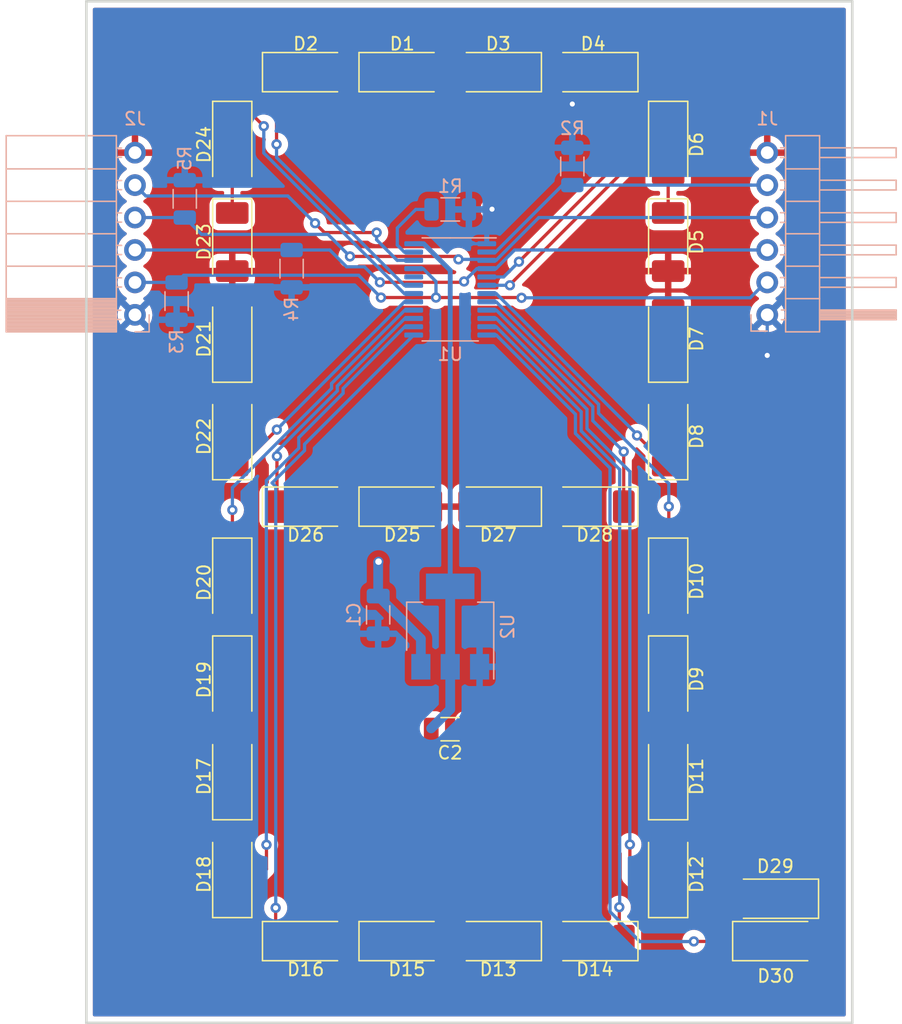
<source format=kicad_pcb>
(kicad_pcb (version 20211014) (generator pcbnew)
  (layers (0 "F.Cu" signal) (31 "B.Cu" signal) (34 "B.Paste" user) (35 "F.Paste" user) (36 "B.SilkS" user "B.Silkscreen") (37 "F.SilkS" user "F.Silkscreen") (38 "B.Mask" user) (39 "F.Mask" user) (44 "Edge.Cuts" user))
  (net 0 "")
  (net 1 "GND")
  (net 2 "VCC")
  (net 3 "+3V3")
  (net 4 "Net-(D1-Pad1)")
  (net 5 "OUT00")
  (net 6 "Net-(D3-Pad1)")
  (net 7 "OUT01")
  (net 8 "Net-(D5-Pad1)")
  (net 9 "OUT02")
  (net 10 "Net-(D7-Pad1)")
  (net 11 "OUT03")
  (net 12 "Net-(D10-Pad2)")
  (net 13 "OUT04")
  (net 14 "Net-(D11-Pad1)")
  (net 15 "OUT05")
  (net 16 "Net-(D13-Pad1)")
  (net 17 "OUT06")
  (net 18 "Net-(D15-Pad1)")
  (net 19 "OUT07")
  (net 20 "Net-(D17-Pad1)")
  (net 21 "OUT08")
  (net 22 "Net-(D19-Pad1)")
  (net 23 "OUT09")
  (net 24 "Net-(D21-Pad1)")
  (net 25 "OUT10")
  (net 26 "Net-(D23-Pad1)")
  (net 27 "OUT11")
  (net 28 "Net-(D25-Pad1)")
  (net 29 "OUT12")
  (net 30 "Net-(D27-Pad1)")
  (net 31 "OUT13")
  (net 32 "SDI")
  (net 33 "CLK")
  (net 34 "LATCH")
  (net 35 "!OE")
  (net 36 "SDO")
  (net 37 "Net-(R1-Pad2)")
  (net 38 "Net-(D29-Pad1)")
  (net 39 "OUT14")
  (footprint "LED_SMD:LED_2010_5025Metric_Castellated" (layer "F.Cu") (at 120.48 91.76 90)
    (fp_text reference "D22" (at 0 -2.22 90) (layer "F.SilkS"))
    (fp_text value "LED")
    (pad "1" smd roundrect locked (at -2.275 0 90) (size 1.7 2.55) (layers "F.Cu" "F.Paste" "F.Mask") (roundrect_rratio 0.147059) (net 25 "OUT10"))
    (pad "2" smd roundrect locked (at 2.275 0 90) (size 1.7 2.55) (layers "F.Cu" "F.Paste" "F.Mask") (roundrect_rratio 0.147059) (net 24 "Net-(D21-Pad1)"))
  )
  (footprint "LED_SMD:LED_2010_5025Metric_Castellated" (layer "F.Cu") (at 120.48 68.9 -90)
    (fp_text reference "D24" (at 0 2.22 90) (layer "F.SilkS"))
    (fp_text value "LED")
    (pad "1" smd roundrect locked (at -2.275 0 270) (size 1.7 2.55) (layers "F.Cu" "F.Paste" "F.Mask") (roundrect_rratio 0.147059) (net 27 "OUT11"))
    (pad "2" smd roundrect locked (at 2.275 0 270) (size 1.7 2.55) (layers "F.Cu" "F.Paste" "F.Mask") (roundrect_rratio 0.147059) (net 26 "Net-(D23-Pad1)"))
  )
  (footprint "LED_SMD:LED_2010_5025Metric_Castellated" (layer "F.Cu") (at 120.48 76.533333 -90)
    (fp_text reference "D23" (at -0.013333 2.22 90) (layer "F.SilkS"))
    (fp_text value "LED")
    (pad "1" smd roundrect locked (at -2.275 0 270) (size 1.7 2.55) (layers "F.Cu" "F.Paste" "F.Mask") (roundrect_rratio 0.147059) (net 26 "Net-(D23-Pad1)"))
    (pad "2" smd roundrect locked (at 2.275 0 270) (size 1.7 2.55) (layers "F.Cu" "F.Paste" "F.Mask") (roundrect_rratio 0.147059) (net 2 "VCC"))
  )
  (footprint "LED_SMD:LED_2010_5025Metric_Castellated" (layer "F.Cu") (at 120.48 84.126666 90)
    (fp_text reference "D21" (at 0 -2.22 90) (layer "F.SilkS"))
    (fp_text value "LED")
    (pad "1" smd roundrect locked (at -2.275 0 90) (size 1.7 2.55) (layers "F.Cu" "F.Paste" "F.Mask") (roundrect_rratio 0.147059) (net 24 "Net-(D21-Pad1)"))
    (pad "2" smd roundrect locked (at 2.275 0 90) (size 1.7 2.55) (layers "F.Cu" "F.Paste" "F.Mask") (roundrect_rratio 0.147059) (net 2 "VCC"))
  )
  (footprint "LED_SMD:LED_2010_5025Metric_Castellated" (layer "F.Cu") (at 133.794 63.23)
    (fp_text reference "D1" (at 0 -2.22) (layer "F.SilkS"))
    (fp_text value "LED")
    (pad "1" smd roundrect locked (at -2.275 0) (size 1.7 2.55) (layers "F.Cu" "F.Paste" "F.Mask") (roundrect_rratio 0.147059) (net 4 "Net-(D1-Pad1)"))
    (pad "2" smd roundrect locked (at 2.275 0) (size 1.7 2.55) (layers "F.Cu" "F.Paste" "F.Mask") (roundrect_rratio 0.147059) (net 2 "VCC"))
  )
  (footprint "LED_SMD:LED_2010_5025Metric_Castellated" (layer "F.Cu") (at 126.232 63.23)
    (fp_text reference "D2" (at 0 -2.22) (layer "F.SilkS"))
    (fp_text value "LED")
    (pad "1" smd roundrect locked (at -2.275 0) (size 1.7 2.55) (layers "F.Cu" "F.Paste" "F.Mask") (roundrect_rratio 0.147059) (net 5 "OUT00"))
    (pad "2" smd roundrect locked (at 2.275 0) (size 1.7 2.55) (layers "F.Cu" "F.Paste" "F.Mask") (roundrect_rratio 0.147059) (net 4 "Net-(D1-Pad1)"))
  )
  (footprint "LED_SMD:LED_2010_5025Metric_Castellated" (layer "F.Cu") (at 141.316 63.23 180)
    (fp_text reference "D3" (at 0 2.22) (layer "F.SilkS"))
    (fp_text value "LED")
    (pad "1" smd roundrect locked (at -2.275 0 180) (size 1.7 2.55) (layers "F.Cu" "F.Paste" "F.Mask") (roundrect_rratio 0.147059) (net 6 "Net-(D3-Pad1)"))
    (pad "2" smd roundrect locked (at 2.275 0 180) (size 1.7 2.55) (layers "F.Cu" "F.Paste" "F.Mask") (roundrect_rratio 0.147059) (net 2 "VCC"))
  )
  (footprint "LED_SMD:LED_2010_5025Metric_Castellated" (layer "F.Cu") (at 148.878 63.23 180)
    (fp_text reference "D4" (at 0.13 2.22) (layer "F.SilkS"))
    (fp_text value "LED")
    (pad "1" smd roundrect locked (at -2.275 0 180) (size 1.7 2.55) (layers "F.Cu" "F.Paste" "F.Mask") (roundrect_rratio 0.147059) (net 7 "OUT01"))
    (pad "2" smd roundrect locked (at 2.275 0 180) (size 1.7 2.55) (layers "F.Cu" "F.Paste" "F.Mask") (roundrect_rratio 0.147059) (net 6 "Net-(D3-Pad1)"))
  )
  (footprint "LED_SMD:LED_2010_5025Metric_Castellated" (layer "F.Cu") (at 154.63 76.533333 -90)
    (fp_text reference "D5" (at 0 -2.22 90) (layer "F.SilkS"))
    (fp_text value "LED")
    (pad "1" smd roundrect locked (at -2.275 0 270) (size 1.7 2.55) (layers "F.Cu" "F.Paste" "F.Mask") (roundrect_rratio 0.147059) (net 8 "Net-(D5-Pad1)"))
    (pad "2" smd roundrect locked (at 2.275 0 270) (size 1.7 2.55) (layers "F.Cu" "F.Paste" "F.Mask") (roundrect_rratio 0.147059) (net 2 "VCC"))
  )
  (footprint "LED_SMD:LED_2010_5025Metric_Castellated" (layer "F.Cu") (at 154.63 68.9 -90)
    (fp_text reference "D6" (at 0 -2.22 90) (layer "F.SilkS"))
    (fp_text value "LED")
    (pad "1" smd roundrect locked (at -2.275 0 270) (size 1.7 2.55) (layers "F.Cu" "F.Paste" "F.Mask") (roundrect_rratio 0.147059) (net 9 "OUT02"))
    (pad "2" smd roundrect locked (at 2.275 0 270) (size 1.7 2.55) (layers "F.Cu" "F.Paste" "F.Mask") (roundrect_rratio 0.147059) (net 8 "Net-(D5-Pad1)"))
  )
  (footprint "LED_SMD:LED_2010_5025Metric_Castellated" (layer "F.Cu") (at 154.63 84.126666 90)
    (fp_text reference "D7" (at 0 2.22 90) (layer "F.SilkS"))
    (fp_text value "LED")
    (pad "1" smd roundrect locked (at -2.275 0 90) (size 1.7 2.55) (layers "F.Cu" "F.Paste" "F.Mask") (roundrect_rratio 0.147059) (net 10 "Net-(D7-Pad1)"))
    (pad "2" smd roundrect locked (at 2.275 0 90) (size 1.7 2.55) (layers "F.Cu" "F.Paste" "F.Mask") (roundrect_rratio 0.147059) (net 2 "VCC"))
  )
  (footprint "LED_SMD:LED_2010_5025Metric_Castellated" (layer "F.Cu") (at 154.63 91.76 90)
    (fp_text reference "D8" (at 0 2.22 90) (layer "F.SilkS"))
    (fp_text value "LED")
    (pad "1" smd roundrect locked (at -2.275 0 90) (size 1.7 2.55) (layers "F.Cu" "F.Paste" "F.Mask") (roundrect_rratio 0.147059) (net 11 "OUT03"))
    (pad "2" smd roundrect locked (at 2.275 0 90) (size 1.7 2.55) (layers "F.Cu" "F.Paste" "F.Mask") (roundrect_rratio 0.147059) (net 10 "Net-(D7-Pad1)"))
  )
  (footprint "LED_SMD:LED_2010_5025Metric_Castellated" (layer "F.Cu") (at 154.63 110.763333 -90)
    (fp_text reference "D9" (at 0 -2.22 90) (layer "F.SilkS"))
    (fp_text value "LED")
    (pad "1" smd roundrect locked (at -2.275 0 270) (size 1.7 2.55) (layers "F.Cu" "F.Paste" "F.Mask") (roundrect_rratio 0.147059) (net 12 "Net-(D10-Pad2)"))
    (pad "2" smd roundrect locked (at 2.275 0 270) (size 1.7 2.55) (layers "F.Cu" "F.Paste" "F.Mask") (roundrect_rratio 0.147059) (net 2 "VCC"))
  )
  (footprint "LED_SMD:LED_2010_5025Metric_Castellated" (layer "F.Cu") (at 154.63 103.1 -90)
    (fp_text reference "D10" (at 0 -2.22 90) (layer "F.SilkS"))
    (fp_text value "LED")
    (pad "1" smd roundrect locked (at -2.275 0 270) (size 1.7 2.55) (layers "F.Cu" "F.Paste" "F.Mask") (roundrect_rratio 0.147059) (net 13 "OUT04"))
    (pad "2" smd roundrect locked (at 2.275 0 270) (size 1.7 2.55) (layers "F.Cu" "F.Paste" "F.Mask") (roundrect_rratio 0.147059) (net 12 "Net-(D10-Pad2)"))
  )
  (footprint "LED_SMD:LED_2010_5025Metric_Castellated" (layer "F.Cu") (at 154.63 118.386666 90)
    (fp_text reference "D11" (at 0 2.22 90) (layer "F.SilkS"))
    (fp_text value "LED")
    (pad "1" smd roundrect locked (at -2.275 0 90) (size 1.7 2.55) (layers "F.Cu" "F.Paste" "F.Mask") (roundrect_rratio 0.147059) (net 14 "Net-(D11-Pad1)"))
    (pad "2" smd roundrect locked (at 2.275 0 90) (size 1.7 2.55) (layers "F.Cu" "F.Paste" "F.Mask") (roundrect_rratio 0.147059) (net 2 "VCC"))
  )
  (footprint "LED_SMD:LED_2010_5025Metric_Castellated" (layer "F.Cu") (at 154.63 126.05 90)
    (fp_text reference "D12" (at 0 2.22 90) (layer "F.SilkS"))
    (fp_text value "LED")
    (pad "1" smd roundrect locked (at -2.275 0 90) (size 1.7 2.55) (layers "F.Cu" "F.Paste" "F.Mask") (roundrect_rratio 0.147059) (net 15 "OUT05"))
    (pad "2" smd roundrect locked (at 2.275 0 90) (size 1.7 2.55) (layers "F.Cu" "F.Paste" "F.Mask") (roundrect_rratio 0.147059) (net 14 "Net-(D11-Pad1)"))
  )
  (footprint "LED_SMD:LED_2010_5025Metric_Castellated" (layer "F.Cu") (at 141.316 131.275 180)
    (fp_text reference "D13" (at 0 -2.22) (layer "F.SilkS"))
    (fp_text value "LED")
    (pad "1" smd roundrect locked (at -2.275 0 180) (size 1.7 2.55) (layers "F.Cu" "F.Paste" "F.Mask") (roundrect_rratio 0.147059) (net 16 "Net-(D13-Pad1)"))
    (pad "2" smd roundrect locked (at 2.275 0 180) (size 1.7 2.55) (layers "F.Cu" "F.Paste" "F.Mask") (roundrect_rratio 0.147059) (net 2 "VCC"))
  )
  (footprint "LED_SMD:LED_2010_5025Metric_Castellated" (layer "F.Cu") (at 148.878 131.275 180)
    (fp_text reference "D14" (at 0 -2.22) (layer "F.SilkS"))
    (fp_text value "LED")
    (pad "1" smd roundrect locked (at -2.275 0 180) (size 1.7 2.55) (layers "F.Cu" "F.Paste" "F.Mask") (roundrect_rratio 0.147059) (net 17 "OUT06"))
    (pad "2" smd roundrect locked (at 2.275 0 180) (size 1.7 2.55) (layers "F.Cu" "F.Paste" "F.Mask") (roundrect_rratio 0.147059) (net 16 "Net-(D13-Pad1)"))
  )
  (footprint "LED_SMD:LED_2010_5025Metric_Castellated" (layer "F.Cu") (at 133.794 131.275)
    (fp_text reference "D15" (at 0.366667 2.22) (layer "F.SilkS"))
    (fp_text value "LED")
    (pad "1" smd roundrect locked (at -2.275 0) (size 1.7 2.55) (layers "F.Cu" "F.Paste" "F.Mask") (roundrect_rratio 0.147059) (net 18 "Net-(D15-Pad1)"))
    (pad "2" smd roundrect locked (at 2.275 0) (size 1.7 2.55) (layers "F.Cu" "F.Paste" "F.Mask") (roundrect_rratio 0.147059) (net 2 "VCC"))
  )
  (footprint "LED_SMD:LED_2010_5025Metric_Castellated" (layer "F.Cu") (at 126.232 131.275)
    (fp_text reference "D16" (at 0 2.22) (layer "F.SilkS"))
    (fp_text value "LED")
    (pad "1" smd roundrect locked (at -2.275 0) (size 1.7 2.55) (layers "F.Cu" "F.Paste" "F.Mask") (roundrect_rratio 0.147059) (net 19 "OUT07"))
    (pad "2" smd roundrect locked (at 2.275 0) (size 1.7 2.55) (layers "F.Cu" "F.Paste" "F.Mask") (roundrect_rratio 0.147059) (net 18 "Net-(D15-Pad1)"))
  )
  (footprint "LED_SMD:LED_2010_5025Metric_Castellated" (layer "F.Cu") (at 120.48 118.386666 90)
    (fp_text reference "D17" (at 0 -2.22 90) (layer "F.SilkS"))
    (fp_text value "LED")
    (pad "1" smd roundrect locked (at -2.275 0 90) (size 1.7 2.55) (layers "F.Cu" "F.Paste" "F.Mask") (roundrect_rratio 0.147059) (net 20 "Net-(D17-Pad1)"))
    (pad "2" smd roundrect locked (at 2.275 0 90) (size 1.7 2.55) (layers "F.Cu" "F.Paste" "F.Mask") (roundrect_rratio 0.147059) (net 2 "VCC"))
  )
  (footprint "LED_SMD:LED_2010_5025Metric_Castellated" (layer "F.Cu") (at 120.48 126.05 90)
    (fp_text reference "D18" (at 0 -2.22 90) (layer "F.SilkS"))
    (fp_text value "LED")
    (pad "1" smd roundrect locked (at -2.275 0 90) (size 1.7 2.55) (layers "F.Cu" "F.Paste" "F.Mask") (roundrect_rratio 0.147059) (net 21 "OUT08"))
    (pad "2" smd roundrect locked (at 2.275 0 90) (size 1.7 2.55) (layers "F.Cu" "F.Paste" "F.Mask") (roundrect_rratio 0.147059) (net 20 "Net-(D17-Pad1)"))
  )
  (footprint "LED_SMD:LED_2010_5025Metric_Castellated" (layer "F.Cu") (at 120.48 110.763333 -90)
    (fp_text reference "D19" (at 0.046667 2.22 90) (layer "F.SilkS"))
    (fp_text value "LED")
    (pad "1" smd roundrect locked (at -2.275 0 270) (size 1.7 2.55) (layers "F.Cu" "F.Paste" "F.Mask") (roundrect_rratio 0.147059) (net 22 "Net-(D19-Pad1)"))
    (pad "2" smd roundrect locked (at 2.275 0 270) (size 1.7 2.55) (layers "F.Cu" "F.Paste" "F.Mask") (roundrect_rratio 0.147059) (net 2 "VCC"))
  )
  (footprint "LED_SMD:LED_2010_5025Metric_Castellated" (layer "F.Cu") (at 120.48 103.1 -90)
    (fp_text reference "D20" (at 0.09 2.22 90) (layer "F.SilkS"))
    (fp_text value "LED")
    (pad "1" smd roundrect locked (at -2.275 0 270) (size 1.7 2.55) (layers "F.Cu" "F.Paste" "F.Mask") (roundrect_rratio 0.147059) (net 23 "OUT09"))
    (pad "2" smd roundrect locked (at 2.275 0 270) (size 1.7 2.55) (layers "F.Cu" "F.Paste" "F.Mask") (roundrect_rratio 0.147059) (net 22 "Net-(D19-Pad1)"))
  )
  (footprint "LED_SMD:LED_2010_5025Metric_Castellated" (layer "F.Cu") (at 133.794 97.2525)
    (fp_text reference "D25" (at 0 2.22) (layer "F.SilkS"))
    (fp_text value "LED")
    (pad "1" smd roundrect locked (at -2.275 0) (size 1.7 2.55) (layers "F.Cu" "F.Paste" "F.Mask") (roundrect_rratio 0.147059) (net 28 "Net-(D25-Pad1)"))
    (pad "2" smd roundrect locked (at 2.275 0) (size 1.7 2.55) (layers "F.Cu" "F.Paste" "F.Mask") (roundrect_rratio 0.147059) (net 2 "VCC"))
  )
  (footprint "LED_SMD:LED_2010_5025Metric_Castellated" (layer "F.Cu") (at 126.232 97.2525)
    (fp_text reference "D26" (at 0 2.22) (layer "F.SilkS"))
    (fp_text value "LED")
    (pad "1" smd roundrect locked (at -2.275 0) (size 1.7 2.55) (layers "F.Cu" "F.Paste" "F.Mask") (roundrect_rratio 0.147059) (net 29 "OUT12"))
    (pad "2" smd roundrect locked (at 2.275 0) (size 1.7 2.55) (layers "F.Cu" "F.Paste" "F.Mask") (roundrect_rratio 0.147059) (net 28 "Net-(D25-Pad1)"))
  )
  (footprint "LED_SMD:LED_2010_5025Metric_Castellated" (layer "F.Cu") (at 141.316 97.2525 180)
    (fp_text reference "D27" (at 0 -2.22) (layer "F.SilkS"))
    (fp_text value "LED")
    (pad "1" smd roundrect locked (at -2.275 0 180) (size 1.7 2.55) (layers "F.Cu" "F.Paste" "F.Mask") (roundrect_rratio 0.147059) (net 30 "Net-(D27-Pad1)"))
    (pad "2" smd roundrect locked (at 2.275 0 180) (size 1.7 2.55) (layers "F.Cu" "F.Paste" "F.Mask") (roundrect_rratio 0.147059) (net 2 "VCC"))
  )
  (footprint "LED_SMD:LED_2010_5025Metric_Castellated" (layer "F.Cu") (at 148.878 97.2525 180)
    (fp_text reference "D28" (at 0 -2.22) (layer "F.SilkS"))
    (fp_text value "LED")
    (pad "1" smd roundrect locked (at -2.275 0 180) (size 1.7 2.55) (layers "F.Cu" "F.Paste" "F.Mask") (roundrect_rratio 0.147059) (net 31 "OUT13"))
    (pad "2" smd roundrect locked (at 2.275 0 180) (size 1.7 2.55) (layers "F.Cu" "F.Paste" "F.Mask") (roundrect_rratio 0.147059) (net 30 "Net-(D27-Pad1)"))
  )
  (footprint "LED_SMD:LED_2010_5025Metric_Castellated" (layer "F.Cu") (at 163.025 127.955 180)
    (fp_text reference "D29" (at 0 2.54) (layer "F.SilkS"))
    (fp_text value "LED")
    (pad "1" smd roundrect locked (at -2.275 0 180) (size 1.7 2.55) (layers "F.Cu" "F.Paste" "F.Mask") (roundrect_rratio 0.147059) (net 38 "Net-(D29-Pad1)"))
    (pad "2" smd roundrect locked (at 2.275 0 180) (size 1.7 2.55) (layers "F.Cu" "F.Paste" "F.Mask") (roundrect_rratio 0.147059) (net 2 "VCC"))
  )
  (footprint "LED_SMD:LED_2010_5025Metric_Castellated" (layer "F.Cu") (at 163.065 131.275)
    (fp_text reference "D30" (at 0 2.734999) (layer "F.SilkS"))
    (fp_text value "LED")
    (pad "1" smd roundrect locked (at -2.275 0) (size 1.7 2.55) (layers "F.Cu" "F.Paste" "F.Mask") (roundrect_rratio 0.147059) (net 39 "OUT14"))
    (pad "2" smd roundrect locked (at 2.275 0) (size 1.7 2.55) (layers "F.Cu" "F.Paste" "F.Mask") (roundrect_rratio 0.147059) (net 38 "Net-(D29-Pad1)"))
  )
  (footprint "Capacitor_SMD:C_1206_3216Metric" (layer "F.Cu") (at 137.541 114.681 180)
    (fp_text reference "C2" (at 0 -1.85) (layer "F.SilkS"))
    (fp_text value "0.1u")
    (pad "1" smd roundrect (at -1.475 0 180) (size 1.15 1.8) (layers "F.Cu" "F.Paste" "F.Mask") (roundrect_rratio 0.217391) (net 1 "GND"))
    (pad "2" smd roundrect (at 1.475 0 180) (size 1.15 1.8) (layers "F.Cu" "F.Paste" "F.Mask") (roundrect_rratio 0.217391) (net 3 "+3V3"))
  )
  (footprint "Connector_PinSocket_2.54mm:PinSocket_1x06_P2.54mm_Horizontal" (layer "B.Cu") (at 112.86 82.235)
    (fp_text reference "J2" (at 0 -15.355) (layer "B.SilkS") (effects (justify mirror)))
    (fp_text value "SALIDA")
    (pad "1" thru_hole circle locked (at 0 0) (size 1.7 1.7) (drill 1) (layers *.Cu *.Mask) (net 1 "GND"))
    (pad "2" thru_hole oval locked (at 0 -2.54) (size 1.7 1.7) (drill 1) (layers *.Cu *.Mask) (net 35 "!OE"))
    (pad "3" thru_hole oval locked (at 0 -5.08) (size 1.7 1.7) (drill 1) (layers *.Cu *.Mask) (net 34 "LATCH"))
    (pad "4" thru_hole oval locked (at 0 -7.62) (size 1.7 1.7) (drill 1) (layers *.Cu *.Mask) (net 33 "CLK"))
    (pad "5" thru_hole oval locked (at 0 -10.16) (size 1.7 1.7) (drill 1) (layers *.Cu *.Mask) (net 36 "SDO"))
    (pad "6" thru_hole oval locked (at 0 -12.7) (size 1.7 1.7) (drill 1) (layers *.Cu *.Mask) (net 2 "VCC"))
  )
  (footprint "Resistor_SMD:R_1206_3216Metric" (layer "B.Cu") (at 116.76 73.1525 -90)
    (fp_text reference "R5" (at -3.175 0 90) (layer "B.SilkS") (effects (justify mirror)))
    (fp_text value "100k")
    (pad "1" smd roundrect locked (at -1.4625 0 270) (size 1.125 1.75) (layers "B.Cu" "B.Paste" "B.Mask") (roundrect_rratio 0.222222) (net 1 "GND"))
    (pad "2" smd roundrect locked (at 1.4625 0 270) (size 1.125 1.75) (layers "B.Cu" "B.Paste" "B.Mask") (roundrect_rratio 0.222222) (net 33 "CLK"))
  )
  (footprint "Resistor_SMD:R_1206_3216Metric" (layer "B.Cu") (at 116.12 81.1575 90)
    (fp_text reference "R3" (at -3.175 0 270) (layer "B.SilkS") (effects (justify mirror)))
    (fp_text value "100k")
    (pad "1" smd roundrect locked (at -1.4625 0 90) (size 1.125 1.75) (layers "B.Cu" "B.Paste" "B.Mask") (roundrect_rratio 0.222222) (net 1 "GND"))
    (pad "2" smd roundrect locked (at 1.4625 0 90) (size 1.125 1.75) (layers "B.Cu" "B.Paste" "B.Mask") (roundrect_rratio 0.222222) (net 35 "!OE"))
  )
  (footprint "Resistor_SMD:R_1206_3216Metric" (layer "B.Cu") (at 125.13 78.6175 90)
    (fp_text reference "R4" (at -3.175 0 90) (layer "B.SilkS") (effects (justify mirror)))
    (fp_text value "100k")
    (pad "1" smd roundrect locked (at -1.4625 0 90) (size 1.125 1.75) (layers "B.Cu" "B.Paste" "B.Mask") (roundrect_rratio 0.222222) (net 1 "GND"))
    (pad "2" smd roundrect locked (at 1.4625 0 90) (size 1.125 1.75) (layers "B.Cu" "B.Paste" "B.Mask") (roundrect_rratio 0.222222) (net 34 "LATCH"))
  )
  (footprint "Capacitor_SMD:C_1206_3216Metric" (layer "B.Cu") (at 131.91 105.73 90)
    (fp_text reference "C1" (at 0 -1.905 90) (layer "B.SilkS") (effects (justify mirror)))
    (fp_text value "0.1u")
    (pad "1" smd roundrect locked (at -1.475 0 90) (size 1.15 1.8) (layers "B.Cu" "B.Paste" "B.Mask") (roundrect_rratio 0.217391) (net 1 "GND"))
    (pad "2" smd roundrect locked (at 1.475 0 90) (size 1.15 1.8) (layers "B.Cu" "B.Paste" "B.Mask") (roundrect_rratio 0.217391) (net 2 "VCC"))
  )
  (footprint "Resistor_SMD:R_1206_3216Metric" (layer "B.Cu") (at 137.555 73.98 180)
    (fp_text reference "R1" (at 0 1.82) (layer "B.SilkS") (effects (justify mirror)))
    (fp_text value "1k")
    (pad "1" smd roundrect locked (at -1.4625 0 180) (size 1.125 1.75) (layers "B.Cu" "B.Paste" "B.Mask") (roundrect_rratio 0.222222) (net 1 "GND"))
    (pad "2" smd roundrect locked (at 1.4625 0 180) (size 1.125 1.75) (layers "B.Cu" "B.Paste" "B.Mask") (roundrect_rratio 0.222222) (net 37 "Net-(R1-Pad2)"))
  )
  (footprint "Package_TO_SOT_SMD:SOT-223-3_TabPin2" (layer "B.Cu") (at 137.555 106.64375 90)
    (fp_text reference "U2" (at 0 4.5 270) (layer "B.SilkS") (effects (justify mirror)))
    (fp_text value "AMS1117-3.3")
    (pad "1" smd rect locked (at -3.15 2.3 90) (size 2 1.5) (layers "B.Cu" "B.Paste" "B.Mask") (net 1 "GND"))
    (pad "2" smd rect locked (at 3.15 0 90) (size 2 3.8) (layers "B.Cu" "B.Paste" "B.Mask") (net 3 "+3V3"))
    (pad "2" smd rect locked (at -3.15 0 90) (size 2 1.5) (layers "B.Cu" "B.Paste" "B.Mask") (net 3 "+3V3"))
    (pad "3" smd rect locked (at -3.15 -2.3 90) (size 2 1.5) (layers "B.Cu" "B.Paste" "B.Mask") (net 2 "VCC"))
  )
  (footprint "Resistor_SMD:R_1206_3216Metric" (layer "B.Cu") (at 147.12 70.6125 -90)
    (fp_text reference "R2" (at -2.9825 0 180) (layer "B.SilkS") (effects (justify mirror)))
    (fp_text value "100k")
    (pad "1" smd roundrect locked (at -1.4625 0 270) (size 1.125 1.75) (layers "B.Cu" "B.Paste" "B.Mask") (roundrect_rratio 0.222222) (net 1 "GND"))
    (pad "2" smd roundrect locked (at 1.4625 0 270) (size 1.125 1.75) (layers "B.Cu" "B.Paste" "B.Mask") (roundrect_rratio 0.222222) (net 32 "SDI"))
  )
  (footprint "Connector_PinHeader_2.54mm:PinHeader_1x06_P2.54mm_Horizontal" (layer "B.Cu") (at 162.39 82.235)
    (fp_text reference "J1" (at 0 -15.355) (layer "B.SilkS") (effects (justify mirror)))
    (fp_text value "ENTRADA")
    (pad "1" thru_hole circle locked (at 0 0) (size 1.7 1.7) (drill 1) (layers *.Cu *.Mask) (net 1 "GND"))
    (pad "2" thru_hole oval locked (at 0 -2.54) (size 1.7 1.7) (drill 1) (layers *.Cu *.Mask) (net 35 "!OE"))
    (pad "3" thru_hole oval locked (at 0 -5.08) (size 1.7 1.7) (drill 1) (layers *.Cu *.Mask) (net 34 "LATCH"))
    (pad "4" thru_hole oval locked (at 0 -7.62) (size 1.7 1.7) (drill 1) (layers *.Cu *.Mask) (net 33 "CLK"))
    (pad "5" thru_hole oval locked (at 0 -10.16) (size 1.7 1.7) (drill 1) (layers *.Cu *.Mask) (net 32 "SDI"))
    (pad "6" thru_hole oval locked (at 0 -12.7) (size 1.7 1.7) (drill 1) (layers *.Cu *.Mask) (net 2 "VCC"))
  )
  (footprint "Package_SO:TSSOP-24_4.4x7.8mm_P0.65mm" (layer "B.Cu") (at 137.555 80.24125 180)
    (fp_text reference "U1" (at 0 -5.08) (layer "B.SilkS") (effects (justify mirror)))
    (fp_text value "STP16CP05")
    (pad "1" smd roundrect locked (at -2.8625 3.575 180) (size 1.475 0.4) (layers "B.Cu" "B.Paste" "B.Mask") (net 1 "GND"))
    (pad "2" smd roundrect locked (at -2.8625 2.925 180) (size 1.475 0.4) (layers "B.Cu" "B.Paste" "B.Mask") (net 32 "SDI"))
    (pad "3" smd roundrect locked (at -2.8625 2.275 180) (size 1.475 0.4) (layers "B.Cu" "B.Paste" "B.Mask") (net 33 "CLK"))
    (pad "4" smd roundrect locked (at -2.8625 1.625 180) (size 1.475 0.4) (layers "B.Cu" "B.Paste" "B.Mask") (net 34 "LATCH"))
    (pad "5" smd roundrect locked (at -2.8625 0.975 180) (size 1.475 0.4) (layers "B.Cu" "B.Paste" "B.Mask") (net 7 "OUT01"))
    (pad "6" smd roundrect locked (at -2.8625 0.325 180) (size 1.475 0.4) (layers "B.Cu" "B.Paste" "B.Mask") (net 9 "OUT02"))
    (pad "7" smd roundrect locked (at -2.8625 -0.325 180) (size 1.475 0.4) (layers "B.Cu" "B.Paste" "B.Mask") (net 11 "OUT03"))
    (pad "8" smd roundrect locked (at -2.8625 -0.975 180) (size 1.475 0.4) (layers "B.Cu" "B.Paste" "B.Mask") (net 13 "OUT04"))
    (pad "9" smd roundrect locked (at -2.8625 -1.625 180) (size 1.475 0.4) (layers "B.Cu" "B.Paste" "B.Mask") (net 31 "OUT13"))
    (pad "10" smd roundrect locked (at -2.8625 -2.275 180) (size 1.475 0.4) (layers "B.Cu" "B.Paste" "B.Mask") (net 15 "OUT05"))
    (pad "11" smd roundrect locked (at -2.8625 -2.925 180) (size 1.475 0.4) (layers "B.Cu" "B.Paste" "B.Mask") (net 17 "OUT06"))
    (pad "12" smd roundrect locked (at -2.8625 -3.575 180) (size 1.475 0.4) (layers "B.Cu" "B.Paste" "B.Mask") (net 39 "OUT14"))
    (pad "13" smd roundrect locked (at 2.8625 -3.575 180) (size 1.475 0.4) (layers "B.Cu" "B.Paste" "B.Mask") (net 19 "OUT07"))
    (pad "14" smd roundrect locked (at 2.8625 -2.925 180) (size 1.475 0.4) (layers "B.Cu" "B.Paste" "B.Mask") (net 21 "OUT08"))
    (pad "15" smd roundrect locked (at 2.8625 -2.275 180) (size 1.475 0.4) (layers "B.Cu" "B.Paste" "B.Mask") (net 29 "OUT12"))
    (pad "16" smd roundrect locked (at 2.8625 -1.625 180) (size 1.475 0.4) (layers "B.Cu" "B.Paste" "B.Mask") (net 23 "OUT09"))
    (pad "17" smd roundrect locked (at 2.8625 -0.975 180) (size 1.475 0.4) (layers "B.Cu" "B.Paste" "B.Mask") (net 25 "OUT10"))
    (pad "18" smd roundrect locked (at 2.8625 -0.325 180) (size 1.475 0.4) (layers "B.Cu" "B.Paste" "B.Mask") (net 27 "OUT11"))
    (pad "19" smd roundrect locked (at 2.8625 0.325 180) (size 1.475 0.4) (layers "B.Cu" "B.Paste" "B.Mask") (net 5 "OUT00"))
    (pad "20" smd roundrect locked (at 2.8625 0.975 180) (size 1.475 0.4) (layers "B.Cu" "B.Paste" "B.Mask"))
    (pad "21" smd roundrect locked (at 2.8625 1.625 180) (size 1.475 0.4) (layers "B.Cu" "B.Paste" "B.Mask") (net 35 "!OE"))
    (pad "22" smd roundrect locked (at 2.8625 2.275 180) (size 1.475 0.4) (layers "B.Cu" "B.Paste" "B.Mask") (net 36 "SDO"))
    (pad "23" smd roundrect locked (at 2.8625 2.925 180) (size 1.475 0.4) (layers "B.Cu" "B.Paste" "B.Mask") (net 37 "Net-(R1-Pad2)"))
    (pad "24" smd roundrect locked (at 2.8625 3.575 180) (size 1.475 0.4) (layers "B.Cu" "B.Paste" "B.Mask") (net 3 "+3V3"))
  )
  (gr_line (start 109.05 137.68) (end 169.05 137.68) (layer "Edge.Cuts") (width 0.2))
  (gr_line (start 169.05 57.68) (end 109.05 57.68) (layer "Edge.Cuts") (width 0.2))
  (gr_line (start 169.05 137.68) (end 169.05 57.68) (layer "Edge.Cuts") (width 0.2))
  (gr_line (start 109.05 57.68) (end 109.05 137.68) (layer "Edge.Cuts") (width 0.2))
  (via (at 162.39 85.41) (size 0.8) (drill 0.4) (layers "F.Cu" "B.Cu") (net 1))
  (via (at 140.83 73.96) (size 0.8) (drill 0.4) (layers "F.Cu" "B.Cu") (net 1))
  (via (at 147.12 65.725) (size 0.8) (drill 0.4) (layers "F.Cu" "B.Cu") (net 1))
  (segment (start 147.12 69.15) (end 147.12 65.725) (width 0.254) (layer "B.Cu") (net 1))
  (segment (start 162.39 82.235) (end 162.39 85.41) (width 0.254) (layer "B.Cu") (net 1))
  (segment (start 140.81 73.98) (end 140.83 73.96) (width 0.254) (layer "B.Cu") (net 1))
  (segment (start 139.0175 73.98) (end 140.81 73.98) (width 0.254) (layer "B.Cu") (net 1))
  (segment (start 140.4175 76.66625) (end 139.34625 76.66625) (width 0.254) (layer "B.Cu") (net 1))
  (segment (start 139.0175 76.3375) (end 139.0175 73.98) (width 0.254) (layer "B.Cu") (net 1))
  (segment (start 139.34625 76.66625) (end 139.0175 76.3375) (width 0.254) (layer "B.Cu") (net 1))
  (via (at 131.94 101.56) (size 0.762) (drill 0.508) (layers "F.Cu" "B.Cu") (net 2))
  (segment (start 131.91 104.255) (end 131.91 101.59) (width 0.762) (layer "B.Cu") (net 2))
  (segment (start 131.91 104.255) (end 135.255 107.6) (width 0.762) (layer "B.Cu") (net 2))
  (segment (start 131.91 101.59) (end 131.94 101.56) (width 0.762) (layer "B.Cu") (net 2))
  (segment (start 135.255 107.6) (end 135.255 109.79375) (width 0.762) (layer "B.Cu") (net 2))
  (segment (start 136.06 114.62) (end 137.555 113.125) (width 0.762) (layer "B.Cu") (net 3))
  (segment (start 134.6925 76.66625) (end 135.473688 76.66625) (width 0.381) (layer "B.Cu") (net 3))
  (segment (start 135.473688 76.66625) (end 137.555 78.747562) (width 0.381) (layer "B.Cu") (net 3))
  (segment (start 137.555 78.747562) (end 137.555 103.49375) (width 0.381) (layer "B.Cu") (net 3))
  (segment (start 137.555 113.125) (end 137.555 109.79375) (width 0.762) (layer "B.Cu") (net 3))
  (segment (start 137.555 109.79375) (end 137.555 103.49375) (width 0.762) (layer "B.Cu") (net 3))
  (segment (start 128.507 63.23) (end 131.519 63.23) (width 0.254) (layer "F.Cu") (net 4))
  (segment (start 123.95 63.237) (end 123.957 63.23) (width 0.254) (layer "F.Cu") (net 5))
  (segment (start 123.95 68.88) (end 123.95 63.237) (width 0.254) (layer "F.Cu") (net 5))
  (via (at 123.95 68.88) (size 0.8) (drill 0.4) (layers "F.Cu" "B.Cu") (net 5))
  (segment (start 134.6925 79.91625) (end 133.955 79.91625) (width 0.254) (layer "B.Cu") (net 5))
  (segment (start 123.95 69.91125) (end 123.95 68.88) (width 0.254) (layer "B.Cu") (net 5))
  (segment (start 133.955 79.91625) (end 123.95 69.91125) (width 0.254) (layer "B.Cu") (net 5))
  (segment (start 143.591 63.23) (end 146.603 63.23) (width 0.254) (layer "F.Cu") (net 6))
  (segment (start 151.153 69.857) (end 142.94 78.07) (width 0.254) (layer "F.Cu") (net 7))
  (segment (start 151.153 63.23) (end 151.153 69.857) (width 0.254) (layer "F.Cu") (net 7))
  (via (at 142.94 78.07) (size 0.8) (drill 0.4) (layers "F.Cu" "B.Cu") (net 7))
  (segment (start 142.94 78.07) (end 141.74375 79.26625) (width 0.254) (layer "B.Cu") (net 7))
  (segment (start 141.74375 79.26625) (end 140.4175 79.26625) (width 0.254) (layer "B.Cu") (net 7))
  (segment (start 154.63 71.175) (end 154.63 74.258333) (width 0.254) (layer "F.Cu") (net 8))
  (segment (start 142.23 79.875) (end 142.23 79.92) (width 0.254) (layer "F.Cu") (net 9))
  (segment (start 154.63 66.625) (end 154.63 67.475) (width 0.254) (layer "F.Cu") (net 9))
  (segment (start 154.63 67.475) (end 142.23 79.875) (width 0.254) (layer "F.Cu") (net 9))
  (segment (start 154.605 66.65) (end 154.63 66.625) (width 0.254) (layer "F.Cu") (net 9))
  (via (at 142.23 79.92) (size 0.8) (drill 0.4) (layers "F.Cu" "B.Cu") (net 9))
  (segment (start 140.42125 79.92) (end 140.4175 79.91625) (width 0.254) (layer "B.Cu") (net 9))
  (segment (start 142.23 79.92) (end 140.42125 79.92) (width 0.254) (layer "B.Cu") (net 9))
  (segment (start 154.63 86.401666) (end 154.63 89.485) (width 0.254) (layer "F.Cu") (net 10))
  (segment (start 154.545 94.035) (end 154.63 94.035) (width 0.254) (layer "F.Cu") (net 11))
  (segment (start 152.19 91.68) (end 154.545 94.035) (width 0.254) (layer "F.Cu") (net 11))
  (via (at 152.19 91.68) (size 0.8) (drill 0.4) (layers "F.Cu" "B.Cu") (net 11))
  (segment (start 141.155 80.56625) (end 152.19 91.60125) (width 0.254) (layer "B.Cu") (net 11))
  (segment (start 152.19 91.60125) (end 152.19 91.68) (width 0.254) (layer "B.Cu") (net 11))
  (segment (start 140.4175 80.56625) (end 141.155 80.56625) (width 0.254) (layer "B.Cu") (net 11))
  (segment (start 154.63 105.375) (end 154.63 108.488333) (width 0.254) (layer "F.Cu") (net 12))
  (segment (start 154.68 100.775) (end 154.63 100.825) (width 0.254) (layer "F.Cu") (net 13))
  (segment (start 154.68 97.24) (end 154.68 100.775) (width 0.254) (layer "F.Cu") (net 13))
  (via (at 154.68 97.24) (size 0.8) (drill 0.4) (layers "F.Cu" "B.Cu") (net 13))
  (segment (start 140.4175 81.21625) (end 141.155 81.21625) (width 0.254) (layer "B.Cu") (net 13))
  (segment (start 149.17875 89.24) (end 149.17875 89.94875) (width 0.254) (layer "B.Cu") (net 13))
  (segment (start 154.68 95.45) (end 154.68 97.24) (width 0.254) (layer "B.Cu") (net 13))
  (segment (start 141.155 81.21625) (end 149.17875 89.24) (width 0.254) (layer "B.Cu") (net 13))
  (segment (start 149.17875 89.94875) (end 154.68 95.45) (width 0.254) (layer "B.Cu") (net 13))
  (segment (start 154.63 120.661666) (end 154.63 123.775) (width 0.254) (layer "F.Cu") (net 14))
  (segment (start 151.63 126.26) (end 153.695 128.325) (width 0.254) (layer "F.Cu") (net 15))
  (segment (start 151.63 123.71) (end 151.63 126.26) (width 0.254) (layer "F.Cu") (net 15))
  (segment (start 153.695 128.325) (end 154.63 128.325) (width 0.254) (layer "F.Cu") (net 15))
  (via (at 151.63 123.71) (size 0.8) (drill 0.4) (layers "F.Cu" "B.Cu") (net 15))
  (segment (start 140.4175 82.51625) (end 141.155 82.51625) (width 0.254) (layer "B.Cu") (net 15))
  (segment (start 141.155 82.51625) (end 148.27073 89.63198) (width 0.254) (layer "B.Cu") (net 15))
  (segment (start 151.625904 94.5) (end 151.625904 123.705904) (width 0.254) (layer "B.Cu") (net 15))
  (segment (start 151.625904 123.705904) (end 151.63 123.71) (width 0.254) (layer "B.Cu") (net 15))
  (segment (start 148.27073 89.63198) (end 148.27073 91.144826) (width 0.254) (layer "B.Cu") (net 15))
  (segment (start 148.27073 91.144826) (end 151.625904 94.5) (width 0.254) (layer "B.Cu") (net 15))
  (segment (start 143.591 131.275) (end 146.603 131.275) (width 0.254) (layer "F.Cu") (net 16))
  (segment (start 150.8 128.62) (end 150.8 130.922) (width 0.254) (layer "F.Cu") (net 17))
  (segment (start 150.8 130.922) (end 151.153 131.275) (width 0.254) (layer "F.Cu") (net 17))
  (via (at 150.8 128.62) (size 0.8) (drill 0.4) (layers "F.Cu" "B.Cu") (net 17))
  (segment (start 147.81672 89.82797) (end 147.81672 91.332883) (width 0.254) (layer "B.Cu") (net 17))
  (segment (start 147.81672 91.332883) (end 148.082674 91.598836) (width 0.254) (layer "B.Cu") (net 17))
  (segment (start 148.082674 91.598836) (end 150.83 94.346162) (width 0.254) (layer "B.Cu") (net 17))
  (segment (start 150.83 94.346162) (end 150.83 128.59) (width 0.254) (layer "B.Cu") (net 17))
  (segment (start 150.83 128.59) (end 150.8 128.62) (width 0.254) (layer "B.Cu") (net 17))
  (segment (start 141.155 83.16625) (end 147.81672 89.82797) (width 0.254) (layer "B.Cu") (net 17))
  (segment (start 140.4175 83.16625) (end 141.155 83.16625) (width 0.254) (layer "B.Cu") (net 17))
  (segment (start 128.507 131.275) (end 131.519 131.275) (width 0.254) (layer "F.Cu") (net 18))
  (segment (start 123.88 128.67) (end 123.88 131.198) (width 0.254) (layer "F.Cu") (net 19))
  (segment (start 123.88 131.198) (end 123.957 131.275) (width 0.254) (layer "F.Cu") (net 19))
  (via (at 123.88 128.67) (size 0.8) (drill 0.4) (layers "F.Cu" "B.Cu") (net 19))
  (segment (start 123.60401 95.398114) (end 123.887001 95.681105) (width 0.254) (layer "B.Cu") (net 19))
  (segment (start 125.878104 93.12402) (end 123.60401 95.398114) (width 0.254) (layer "B.Cu") (net 19))
  (segment (start 123.887001 128.662999) (end 123.88 128.67) (width 0.254) (layer "B.Cu") (net 19))
  (segment (start 126.144058 92.364692) (end 126.144058 92.858067) (width 0.254) (layer "B.Cu") (net 19))
  (segment (start 123.887001 95.681105) (end 123.887001 128.662999) (width 0.254) (layer "B.Cu") (net 19))
  (segment (start 134.6925 83.81625) (end 126.144058 92.364692) (width 0.254) (layer "B.Cu") (net 19))
  (segment (start 126.144058 92.858067) (end 125.878104 93.12402) (width 0.254) (layer "B.Cu") (net 19))
  (segment (start 120.48 120.661666) (end 120.48 123.775) (width 0.254) (layer "F.Cu") (net 20))
  (segment (start 123.16 125.645) (end 120.48 128.325) (width 0.254) (layer "F.Cu") (net 21))
  (segment (start 123.16 123.73) (end 123.16 125.645) (width 0.254) (layer "F.Cu") (net 21))
  (via (at 123.16 123.73) (size 0.8) (drill 0.4) (layers "F.Cu" "B.Cu") (net 21))
  (segment (start 123.15 95.210058) (end 123.15 123.72) (width 0.254) (layer "B.Cu") (net 21))
  (segment (start 129.165384 87.994616) (end 129.165384 88.374712) (width 0.254) (layer "B.Cu") (net 21))
  (segment (start 128.89943 88.640665) (end 125.690048 91.850047) (width 0.254) (layer "B.Cu") (net 21))
  (segment (start 134.6925 83.16625) (end 133.99375 83.16625) (width 0.254) (layer "B.Cu") (net 21))
  (segment (start 123.15 123.72) (end 123.16 123.73) (width 0.254) (layer "B.Cu") (net 21))
  (segment (start 129.165384 88.374712) (end 128.89943 88.640665) (width 0.254) (layer "B.Cu") (net 21))
  (segment (start 125.690048 92.67001) (end 123.15 95.210058) (width 0.254) (layer "B.Cu") (net 21))
  (segment (start 125.690048 91.850047) (end 125.690048 92.67001) (width 0.254) (layer "B.Cu") (net 21))
  (segment (start 133.99375 83.16625) (end 129.165384 87.994616) (width 0.254) (layer "B.Cu") (net 21))
  (segment (start 120.48 105.375) (end 120.48 108.488333) (width 0.254) (layer "F.Cu") (net 22))
  (segment (start 120.49 100.815) (end 120.48 100.825) (width 0.254) (layer "F.Cu") (net 23))
  (segment (start 120.49 97.51) (end 120.49 100.815) (width 0.254) (layer "F.Cu") (net 23))
  (via (at 120.49 97.51) (size 0.8) (drill 0.4) (layers "F.Cu" "B.Cu") (net 23))
  (segment (start 134.6925 81.86625) (end 134.001114 81.86625) (width 0.254) (layer "B.Cu") (net 23))
  (segment (start 134.001114 81.86625) (end 128.257364 87.61) (width 0.254) (layer "B.Cu") (net 23))
  (segment (start 128.257364 87.998598) (end 120.49 95.765962) (width 0.254) (layer "B.Cu") (net 23))
  (segment (start 120.49 95.765962) (end 120.49 97.51) (width 0.254) (layer "B.Cu") (net 23))
  (segment (start 128.257364 87.61) (end 128.257364 87.998598) (width 0.254) (layer "B.Cu") (net 23))
  (segment (start 120.48 86.401666) (end 120.48 89.485) (width 0.254) (layer "F.Cu") (net 24))
  (segment (start 121.155 94.035) (end 120.48 94.035) (width 0.254) (layer "F.Cu") (net 25))
  (segment (start 123.97 91.22) (end 121.155 94.035) (width 0.254) (layer "F.Cu") (net 25))
  (via (at 123.97 91.22) (size 0.8) (drill 0.4) (layers "F.Cu" "B.Cu") (net 25))
  (segment (start 124.36 90.82) (end 124.36 90.83) (width 0.254) (layer "B.Cu") (net 25))
  (segment (start 124.36 90.83) (end 123.97 91.22) (width 0.254) (layer "B.Cu") (net 25))
  (segment (start 133.96375 81.21625) (end 124.36 90.82) (width 0.254) (layer "B.Cu") (net 25))
  (segment (start 134.6925 81.21625) (end 133.96375 81.21625) (width 0.254) (layer "B.Cu") (net 25))
  (segment (start 120.48 71.175) (end 120.48 74.258333) (width 0.254) (layer "F.Cu") (net 26))
  (segment (start 120.485 66.62) (end 120.48 66.625) (width 0.254) (layer "F.Cu") (net 27))
  (segment (start 122.95 67.46) (end 122.11 66.62) (width 0.254) (layer "F.Cu") (net 27))
  (segment (start 122.11 66.62) (end 120.485 66.62) (width 0.254) (layer "F.Cu") (net 27))
  (via (at 122.95 67.46) (size 0.8) (drill 0.4) (layers "F.Cu" "B.Cu") (net 27))
  (segment (start 133.955 80.56625) (end 122.95 69.56125) (width 0.254) (layer "B.Cu") (net 27))
  (segment (start 122.95 69.56125) (end 122.95 67.46) (width 0.254) (layer "B.Cu") (net 27))
  (segment (start 134.6925 80.56625) (end 133.955 80.56625) (width 0.254) (layer "B.Cu") (net 27))
  (segment (start 128.507 97.2525) (end 131.519 97.2525) (width 0.254) (layer "F.Cu") (net 28))
  (segment (start 123.984067 97.225433) (end 123.957 97.2525) (width 0.254) (layer "F.Cu") (net 29))
  (segment (start 123.982048 93.302048) (end 123.982048 94.102048) (width 0.254) (layer "F.Cu") (net 29))
  (segment (start 123.982048 94.102048) (end 123.984067 94.104067) (width 0.254) (layer "F.Cu") (net 29))
  (segment (start 123.984067 94.104067) (end 123.984067 97.225433) (width 0.254) (layer "F.Cu") (net 29))
  (via (at 123.982048 93.302048) (size 0.8) (drill 0.4) (layers "F.Cu" "B.Cu") (net 29))
  (segment (start 128.711374 87.80599) (end 128.711374 88.186655) (width 0.254) (layer "B.Cu") (net 29))
  (segment (start 134.6925 82.51625) (end 134.001114 82.51625) (width 0.254) (layer "B.Cu") (net 29))
  (segment (start 134.001114 82.51625) (end 128.711374 87.80599) (width 0.254) (layer "B.Cu") (net 29))
  (segment (start 123.982048 92.915981) (end 123.982048 93.302048) (width 0.254) (layer "B.Cu") (net 29))
  (segment (start 128.711374 88.186655) (end 123.982048 92.915981) (width 0.254) (layer "B.Cu") (net 29))
  (segment (start 143.591 97.2525) (end 146.603 97.2525) (width 0.254) (layer "F.Cu") (net 30))
  (segment (start 151.145933 92.944067) (end 151.145933 97.245433) (width 0.254) (layer "F.Cu") (net 31))
  (segment (start 151.145933 97.245433) (end 151.153 97.2525) (width 0.254) (layer "F.Cu") (net 31))
  (via (at 151.145933 92.944067) (size 0.8) (drill 0.4) (layers "F.Cu" "B.Cu") (net 31))
  (segment (start 148.72474 90.522874) (end 151.145933 92.944067) (width 0.254) (layer "B.Cu") (net 31))
  (segment (start 141.162934 81.86625) (end 148.72474 89.428056) (width 0.254) (layer "B.Cu") (net 31))
  (segment (start 140.4175 81.86625) (end 141.162934 81.86625) (width 0.254) (layer "B.Cu") (net 31))
  (segment (start 148.72474 89.428056) (end 148.72474 90.522874) (width 0.254) (layer "B.Cu") (net 31))
  (segment (start 141.108886 77.31625) (end 146.350136 72.075) (width 0.254) (layer "B.Cu") (net 32))
  (segment (start 147.12 72.075) (end 161.12 72.075) (width 0.254) (layer "B.Cu") (net 32))
  (segment (start 146.350136 72.075) (end 147.12 72.075) (width 0.254) (layer "B.Cu") (net 32))
  (segment (start 140.4175 77.31625) (end 141.108886 77.31625) (width 0.254) (layer "B.Cu") (net 32))
  (segment (start 161.12 72.075) (end 162.39 72.075) (width 0.254) (layer "B.Cu") (net 32))
  (segment (start 137.97 77.66) (end 138.2 77.89) (width 0.254) (layer "F.Cu") (net 33))
  (segment (start 129.7 77.66) (end 137.97 77.66) (width 0.254) (layer "F.Cu") (net 33))
  (via (at 129.7 77.66) (size 0.8) (drill 0.4) (layers "F.Cu" "B.Cu") (net 33))
  (via (at 138.2 77.89) (size 0.8) (drill 0.4) (layers "F.Cu" "B.Cu") (net 33))
  (segment (start 141.147066 77.96625) (end 144.498316 74.615) (width 0.254) (layer "B.Cu") (net 33))
  (segment (start 161.12 74.615) (end 162.39 74.615) (width 0.254) (layer "B.Cu") (net 33))
  (segment (start 140.4175 77.96625) (end 141.147066 77.96625) (width 0.254) (layer "B.Cu") (net 33))
  (segment (start 112.86 74.615) (end 116.76 74.615) (width 0.254) (layer "B.Cu") (net 33))
  (segment (start 118.07799 75.93299) (end 127.97299 75.93299) (width 0.254) (layer "B.Cu") (net 33))
  (segment (start 116.76 74.615) (end 118.07799 75.93299) (width 0.254) (layer "B.Cu") (net 33))
  (segment (start 138.2 77.89) (end 140.34125 77.89) (width 0.254) (layer "B.Cu") (net 33))
  (segment (start 144.498316 74.615) (end 161.12 74.615) (width 0.254) (layer "B.Cu") (net 33))
  (segment (start 127.97299 75.93299) (end 129.7 77.66) (width 0.254) (layer "B.Cu") (net 33))
  (segment (start 140.34125 77.89) (end 140.4175 77.96625) (width 0.254) (layer "B.Cu") (net 33))
  (segment (start 138.575308 79.684692) (end 138.64 79.62) (width 0.254) (layer "F.Cu") (net 34))
  (segment (start 132.045308 79.684692) (end 138.575308 79.684692) (width 0.254) (layer "F.Cu") (net 34))
  (via (at 132.045308 79.684692) (size 0.8) (drill 0.4) (layers "F.Cu" "B.Cu") (net 34))
  (via (at 138.64 79.62) (size 0.8) (drill 0.4) (layers "F.Cu" "B.Cu") (net 34))
  (segment (start 130.833606 78.47299) (end 132.045308 79.684692) (width 0.254) (layer "B.Cu") (net 34))
  (segment (start 139.64375 78.61625) (end 140.4175 78.61625) (width 0.254) (layer "B.Cu") (net 34))
  (segment (start 128.119038 77.155) (end 129.437028 78.47299) (width 0.254) (layer "B.Cu") (net 34))
  (segment (start 138.64 79.62) (end 139.64375 78.61625) (width 0.254) (layer "B.Cu") (net 34))
  (segment (start 141.139132 78.61625) (end 142.600382 77.155) (width 0.254) (layer "B.Cu") (net 34))
  (segment (start 125.13 77.155) (end 128.119038 77.155) (width 0.254) (layer "B.Cu") (net 34))
  (segment (start 112.86 77.155) (end 125.13 77.155) (width 0.254) (layer "B.Cu") (net 34))
  (segment (start 140.4175 78.61625) (end 141.139132 78.61625) (width 0.254) (layer "B.Cu") (net 34))
  (segment (start 129.437028 78.47299) (end 130.833606 78.47299) (width 0.254) (layer "B.Cu") (net 34))
  (segment (start 161.12 77.155) (end 162.39 77.155) (width 0.254) (layer "B.Cu") (net 34))
  (segment (start 142.600382 77.155) (end 161.12 77.155) (width 0.254) (layer "B.Cu") (net 34))
  (segment (start 132.13 80.88) (end 136.44 80.88) (width 0.254) (layer "F.Cu") (net 35))
  (segment (start 136.44 80.88) (end 143.12 80.88) (width 0.254) (layer "F.Cu") (net 35))
  (segment (start 143.12 80.88) (end 143.14 80.9) (width 0.254) (layer "F.Cu") (net 35))
  (via (at 132.13 80.88) (size 0.8) (drill 0.4) (layers "F.Cu" "B.Cu") (net 35))
  (via (at 143.14 80.9) (size 0.8) (drill 0.4) (layers "F.Cu" "B.Cu") (net 35))
  (via (at 136.44 80.88) (size 0.8) (drill 0.4) (layers "F.Cu" "B.Cu") (net 35))
  (segment (start 116.6825 79.1325) (end 130.3825 79.1325) (width 0.254) (layer "B.Cu") (net 35))
  (segment (start 136.44 79.62625) (end 136.44 80.88) (width 0.254) (layer "B.Cu") (net 35))
  (segment (start 161.06 80.9) (end 162.265 79.695) (width 0.254) (layer "B.Cu") (net 35))
  (segment (start 132.12701 80.87701) (end 132.13 80.88) (width 0.254) (layer "B.Cu") (net 35))
  (segment (start 143.14 80.9) (end 161.06 80.9) (width 0.254) (layer "B.Cu") (net 35))
  (segment (start 112.86 79.695) (end 116.12 79.695) (width 0.254) (layer "B.Cu") (net 35))
  (segment (start 134.6925 78.61625) (end 135.43 78.61625) (width 0.254) (layer "B.Cu") (net 35))
  (segment (start 135.43 78.61625) (end 136.44 79.62625) (width 0.254) (layer "B.Cu") (net 35))
  (segment (start 162.265 79.695) (end 162.39 79.695) (width 0.254) (layer "B.Cu") (net 35))
  (segment (start 116.12 79.695) (end 116.6825 79.1325) (width 0.254) (layer "B.Cu") (net 35))
  (segment (start 130.3825 79.1325) (end 132.13 80.88) (width 0.254) (layer "B.Cu") (net 35))
  (segment (start 134.69625 78.62) (end 134.6925 78.61625) (width 0.254) (layer "B.Cu") (net 35))
  (segment (start 126.97 75.06) (end 127.7 75.79) (width 0.254) (layer "F.Cu") (net 36))
  (segment (start 127.7 75.79) (end 131.79 75.79) (width 0.254) (layer "F.Cu") (net 36))
  (via (at 126.97 75.06) (size 0.8) (drill 0.4) (layers "F.Cu" "B.Cu") (net 36))
  (via (at 131.79 75.79) (size 0.8) (drill 0.4) (layers "F.Cu" "B.Cu") (net 36))
  (segment (start 133.400565 77.96625) (end 134.6925 77.96625) (width 0.254) (layer "B.Cu") (net 36))
  (segment (start 124.834999 72.924999) (end 126.97 75.06) (width 0.254) (layer "B.Cu") (net 36))
  (segment (start 131.79 75.79) (end 131.79 76.355685) (width 0.254) (layer "B.Cu") (net 36))
  (segment (start 131.79 76.355685) (end 133.400565 77.96625) (width 0.254) (layer "B.Cu") (net 36))
  (segment (start 113.709999 72.924999) (end 124.834999 72.924999) (width 0.254) (layer "B.Cu") (net 36))
  (segment (start 112.86 72.075) (end 113.709999 72.924999) (width 0.254) (layer "B.Cu") (net 36))
  (segment (start 133.41 75.43) (end 134.86 73.98) (width 0.254) (layer "B.Cu") (net 37))
  (segment (start 134.6925 77.31625) (end 133.955 77.31625) (width 0.254) (layer "B.Cu") (net 37))
  (segment (start 134.86 73.98) (end 136.0925 73.98) (width 0.254) (layer "B.Cu") (net 37))
  (segment (start 133.955 77.31625) (end 133.41 76.77125) (width 0.254) (layer "B.Cu") (net 37))
  (segment (start 133.41 76.77125) (end 133.41 75.43) (width 0.254) (layer "B.Cu") (net 37))
  (segment (start 165.34 131.275) (end 165.34 127.995) (width 0.254) (layer "F.Cu") (net 38))
  (segment (start 165.34 127.995) (end 165.3 127.955) (width 0.254) (layer "F.Cu") (net 38))
  (segment (start 160.755 131.31) (end 160.79 131.275) (width 0.254) (layer "F.Cu") (net 39))
  (segment (start 160.765 131.3) (end 160.79 131.275) (width 0.254) (layer "F.Cu") (net 39))
  (segment (start 156.64 131.3) (end 160.765 131.3) (width 0.254) (layer "F.Cu") (net 39))
  (via (at 156.64 131.3) (size 0.8) (drill 0.4) (layers "F.Cu" "B.Cu") (net 39))
  (segment (start 156.63 131.31) (end 156.64 131.3) (width 0.254) (layer "B.Cu") (net 39))
  (segment (start 150.072999 94.231227) (end 150.072999 128.968961) (width 0.254) (layer "B.Cu") (net 39))
  (segment (start 149.565886 93.724114) (end 150.072999 94.231227) (width 0.254) (layer "B.Cu") (net 39))
  (segment (start 141.162934 83.81625) (end 146.593342 89.246658) (width 0.254) (layer "B.Cu") (net 39))
  (segment (start 150.072999 128.968961) (end 152.414038 131.31) (width 0.254) (layer "B.Cu") (net 39))
  (segment (start 152.414038 131.31) (end 154.03 131.31) (width 0.254) (layer "B.Cu") (net 39))
  (segment (start 147.36271 90.016026) (end 147.36271 91.520938) (width 0.254) (layer "B.Cu") (net 39))
  (segment (start 147.628665 91.786893) (end 149.565886 93.724114) (width 0.254) (layer "B.Cu") (net 39))
  (segment (start 146.593342 89.246658) (end 147.36271 90.016026) (width 0.254) (layer "B.Cu") (net 39))
  (segment (start 147.36271 91.520938) (end 147.628665 91.786893) (width 0.254) (layer "B.Cu") (net 39))
  (segment (start 140.4175 83.81625) (end 141.162934 83.81625) (width 0.254) (layer "B.Cu") (net 39))
  (segment (start 154.03 131.31) (end 156.63 131.31) (width 0.254) (layer "B.Cu") (net 39))
  (zone (net 2) (net_name "VCC") (layer "F.Cu") (connect_pads (clearance 0.508)) (min_thickness 0.254) (fill yes (thermal_gap 0.508) (thermal_bridge_width 0.508))
    (polygon (pts (xy 169.07 137.7) (xy 109.05 137.7) (xy 109.05 57.67) (xy 169.07 57.67)))
  )
  (zone (net 1) (net_name "GND") (layer "B.Cu") (connect_pads (clearance 0.508)) (min_thickness 0.254) (fill yes (thermal_gap 0.508) (thermal_bridge_width 0.508))
    (polygon (pts (xy 169.07 137.7) (xy 109.05 137.7) (xy 109.05 57.67) (xy 169.07 57.67)))
  )
)
</source>
